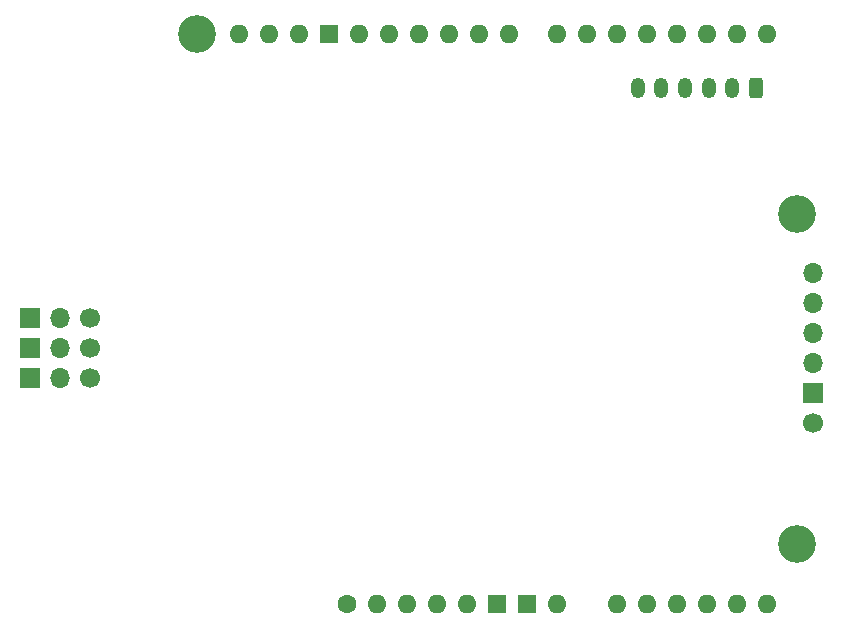
<source format=gbr>
G04 This is an RS-274x file exported by *
G04 gerbv version 2.6A *
G04 More information is available about gerbv at *
G04 http://gerbv.geda-project.org/ *
G04 --End of header info--*
%MOIN*%
%FSLAX34Y34*%
%IPPOS*%
G04 --Define apertures--*
%ADD10C,0.0079*%
%ADD11C,0.0118*%
%ADD12C,0.0669*%
%ADD13O,0.0669X0.0669*%
%ADD14R,0.0669X0.0669*%
%ADD15O,0.0472X0.0689*%
%AMMACRO16*
4,1,4,-0.011811,-0.022638,0.011811,-0.022638,0.011811,0.022638,-0.011811,0.022638,-0.011811,-0.022638,0.000000*
1,1,0.023622,-0.011811,-0.022638*
1,1,0.023622,0.011811,-0.022638*
1,1,0.023622,0.011811,0.022638*
1,1,0.023622,-0.011811,0.022638*
20,1,0.023622,-0.011811,-0.022638,0.011811,-0.022638,0.000000*
20,1,0.023622,0.011811,-0.022638,0.011811,0.022638,0.000000*
20,1,0.023622,0.011811,0.022638,-0.011811,0.022638,0.000000*
20,1,0.023622,-0.011811,0.022638,-0.011811,-0.022638,0.000000*
%
%ADD16MACRO16*%
%ADD17C,0.1260*%
%ADD18C,0.0630*%
%ADD19O,0.0630X0.0630*%
%ADD20R,0.0630X0.0630*%
G04 --Start main section--*
G54D12*
G01X0047534Y-032340D03*
G54D13*
G01X0046534Y-032340D03*
G54D14*
G01X0045534Y-032340D03*
G54D15*
G01X0065791Y-024673D03*
G01X0066579Y-024673D03*
G01X0067366Y-024673D03*
G01X0068154Y-024673D03*
G01X0068941Y-024673D03*
G54D16*
G01X0069729Y-024673D03*
G54D12*
G01X0047534Y-034340D03*
G54D13*
G01X0046534Y-034340D03*
G54D14*
G01X0045534Y-034340D03*
G54D17*
G01X0051081Y-022874D03*
G01X0071081Y-028874D03*
G01X0071081Y-039874D03*
G54D18*
G01X0056081Y-041874D03*
G54D19*
G01X0057081Y-041874D03*
G01X0058081Y-041874D03*
G01X0059081Y-041874D03*
G01X0060081Y-041874D03*
G54D20*
G01X0061081Y-041874D03*
G01X0062081Y-041874D03*
G54D19*
G01X0063081Y-041874D03*
G01X0065081Y-041874D03*
G01X0066081Y-041874D03*
G01X0067081Y-041874D03*
G01X0068081Y-041874D03*
G01X0069081Y-041874D03*
G01X0070081Y-041874D03*
G01X0070081Y-022874D03*
G01X0069081Y-022874D03*
G01X0068081Y-022874D03*
G01X0067081Y-022874D03*
G01X0066081Y-022874D03*
G01X0065081Y-022874D03*
G01X0064081Y-022874D03*
G01X0063081Y-022874D03*
G01X0061483Y-022874D03*
G01X0060483Y-022874D03*
G01X0059483Y-022874D03*
G01X0058483Y-022874D03*
G01X0057483Y-022874D03*
G01X0056483Y-022874D03*
G54D20*
G01X0055483Y-022874D03*
G54D19*
G01X0054483Y-022874D03*
G01X0053483Y-022874D03*
G01X0052483Y-022874D03*
G54D12*
G01X0071630Y-035840D03*
G54D14*
G01X0071630Y-034840D03*
G54D13*
G01X0071630Y-033840D03*
G01X0071630Y-032840D03*
G01X0071630Y-031840D03*
G01X0071630Y-030840D03*
G54D12*
G01X0047534Y-033340D03*
G54D13*
G01X0046534Y-033340D03*
G54D14*
G01X0045534Y-033340D03*
M02*

</source>
